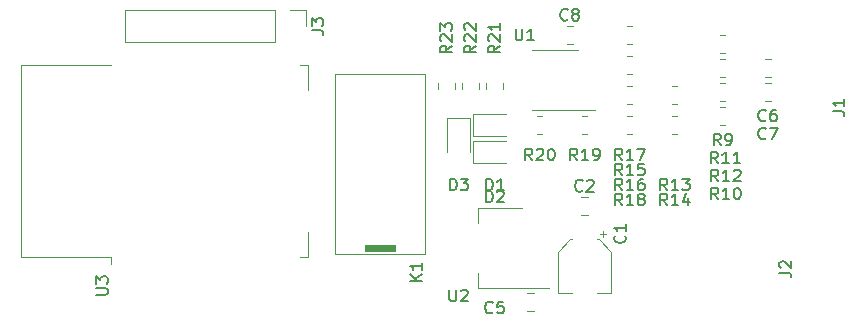
<source format=gbr>
%TF.GenerationSoftware,KiCad,Pcbnew,(6.0.0)*%
%TF.CreationDate,2022-01-02T18:39:14+01:00*%
%TF.ProjectId,esp-door-phone-monitor-v2,6573702d-646f-46f7-922d-70686f6e652d,rev?*%
%TF.SameCoordinates,Original*%
%TF.FileFunction,Legend,Top*%
%TF.FilePolarity,Positive*%
%FSLAX46Y46*%
G04 Gerber Fmt 4.6, Leading zero omitted, Abs format (unit mm)*
G04 Created by KiCad (PCBNEW (6.0.0)) date 2022-01-02 18:39:14*
%MOMM*%
%LPD*%
G01*
G04 APERTURE LIST*
%ADD10C,0.150000*%
%ADD11C,0.120000*%
G04 APERTURE END LIST*
D10*
%TO.C,R15*%
X159647142Y-100020380D02*
X159313809Y-99544190D01*
X159075714Y-100020380D02*
X159075714Y-99020380D01*
X159456666Y-99020380D01*
X159551904Y-99068000D01*
X159599523Y-99115619D01*
X159647142Y-99210857D01*
X159647142Y-99353714D01*
X159599523Y-99448952D01*
X159551904Y-99496571D01*
X159456666Y-99544190D01*
X159075714Y-99544190D01*
X160599523Y-100020380D02*
X160028095Y-100020380D01*
X160313809Y-100020380D02*
X160313809Y-99020380D01*
X160218571Y-99163238D01*
X160123333Y-99258476D01*
X160028095Y-99306095D01*
X161504285Y-99020380D02*
X161028095Y-99020380D01*
X160980476Y-99496571D01*
X161028095Y-99448952D01*
X161123333Y-99401333D01*
X161361428Y-99401333D01*
X161456666Y-99448952D01*
X161504285Y-99496571D01*
X161551904Y-99591809D01*
X161551904Y-99829904D01*
X161504285Y-99925142D01*
X161456666Y-99972761D01*
X161361428Y-100020380D01*
X161123333Y-100020380D01*
X161028095Y-99972761D01*
X160980476Y-99925142D01*
%TO.C,J2*%
X172970380Y-108269333D02*
X173684666Y-108269333D01*
X173827523Y-108316952D01*
X173922761Y-108412190D01*
X173970380Y-108555047D01*
X173970380Y-108650285D01*
X173065619Y-107840761D02*
X173018000Y-107793142D01*
X172970380Y-107697904D01*
X172970380Y-107459809D01*
X173018000Y-107364571D01*
X173065619Y-107316952D01*
X173160857Y-107269333D01*
X173256095Y-107269333D01*
X173398952Y-107316952D01*
X173970380Y-107888380D01*
X173970380Y-107269333D01*
%TO.C,D2*%
X148121904Y-102306380D02*
X148121904Y-101306380D01*
X148360000Y-101306380D01*
X148502857Y-101354000D01*
X148598095Y-101449238D01*
X148645714Y-101544476D01*
X148693333Y-101734952D01*
X148693333Y-101877809D01*
X148645714Y-102068285D01*
X148598095Y-102163523D01*
X148502857Y-102258761D01*
X148360000Y-102306380D01*
X148121904Y-102306380D01*
X149074285Y-101401619D02*
X149121904Y-101354000D01*
X149217142Y-101306380D01*
X149455238Y-101306380D01*
X149550476Y-101354000D01*
X149598095Y-101401619D01*
X149645714Y-101496857D01*
X149645714Y-101592095D01*
X149598095Y-101734952D01*
X149026666Y-102306380D01*
X149645714Y-102306380D01*
%TO.C,C1*%
X159869142Y-105112666D02*
X159916761Y-105160285D01*
X159964380Y-105303142D01*
X159964380Y-105398380D01*
X159916761Y-105541238D01*
X159821523Y-105636476D01*
X159726285Y-105684095D01*
X159535809Y-105731714D01*
X159392952Y-105731714D01*
X159202476Y-105684095D01*
X159107238Y-105636476D01*
X159012000Y-105541238D01*
X158964380Y-105398380D01*
X158964380Y-105303142D01*
X159012000Y-105160285D01*
X159059619Y-105112666D01*
X159964380Y-104160285D02*
X159964380Y-104731714D01*
X159964380Y-104446000D02*
X158964380Y-104446000D01*
X159107238Y-104541238D01*
X159202476Y-104636476D01*
X159250095Y-104731714D01*
%TO.C,R21*%
X149312380Y-89034857D02*
X148836190Y-89368190D01*
X149312380Y-89606285D02*
X148312380Y-89606285D01*
X148312380Y-89225333D01*
X148360000Y-89130095D01*
X148407619Y-89082476D01*
X148502857Y-89034857D01*
X148645714Y-89034857D01*
X148740952Y-89082476D01*
X148788571Y-89130095D01*
X148836190Y-89225333D01*
X148836190Y-89606285D01*
X148407619Y-88653904D02*
X148360000Y-88606285D01*
X148312380Y-88511047D01*
X148312380Y-88272952D01*
X148360000Y-88177714D01*
X148407619Y-88130095D01*
X148502857Y-88082476D01*
X148598095Y-88082476D01*
X148740952Y-88130095D01*
X149312380Y-88701523D01*
X149312380Y-88082476D01*
X149312380Y-87130095D02*
X149312380Y-87701523D01*
X149312380Y-87415809D02*
X148312380Y-87415809D01*
X148455238Y-87511047D01*
X148550476Y-87606285D01*
X148598095Y-87701523D01*
%TO.C,D1*%
X148121904Y-101290380D02*
X148121904Y-100290380D01*
X148360000Y-100290380D01*
X148502857Y-100338000D01*
X148598095Y-100433238D01*
X148645714Y-100528476D01*
X148693333Y-100718952D01*
X148693333Y-100861809D01*
X148645714Y-101052285D01*
X148598095Y-101147523D01*
X148502857Y-101242761D01*
X148360000Y-101290380D01*
X148121904Y-101290380D01*
X149645714Y-101290380D02*
X149074285Y-101290380D01*
X149360000Y-101290380D02*
X149360000Y-100290380D01*
X149264761Y-100433238D01*
X149169523Y-100528476D01*
X149074285Y-100576095D01*
%TO.C,C5*%
X148677333Y-111609142D02*
X148629714Y-111656761D01*
X148486857Y-111704380D01*
X148391619Y-111704380D01*
X148248761Y-111656761D01*
X148153523Y-111561523D01*
X148105904Y-111466285D01*
X148058285Y-111275809D01*
X148058285Y-111132952D01*
X148105904Y-110942476D01*
X148153523Y-110847238D01*
X148248761Y-110752000D01*
X148391619Y-110704380D01*
X148486857Y-110704380D01*
X148629714Y-110752000D01*
X148677333Y-110799619D01*
X149582095Y-110704380D02*
X149105904Y-110704380D01*
X149058285Y-111180571D01*
X149105904Y-111132952D01*
X149201142Y-111085333D01*
X149439238Y-111085333D01*
X149534476Y-111132952D01*
X149582095Y-111180571D01*
X149629714Y-111275809D01*
X149629714Y-111513904D01*
X149582095Y-111609142D01*
X149534476Y-111656761D01*
X149439238Y-111704380D01*
X149201142Y-111704380D01*
X149105904Y-111656761D01*
X149058285Y-111609142D01*
%TO.C,R13*%
X163457142Y-101290380D02*
X163123809Y-100814190D01*
X162885714Y-101290380D02*
X162885714Y-100290380D01*
X163266666Y-100290380D01*
X163361904Y-100338000D01*
X163409523Y-100385619D01*
X163457142Y-100480857D01*
X163457142Y-100623714D01*
X163409523Y-100718952D01*
X163361904Y-100766571D01*
X163266666Y-100814190D01*
X162885714Y-100814190D01*
X164409523Y-101290380D02*
X163838095Y-101290380D01*
X164123809Y-101290380D02*
X164123809Y-100290380D01*
X164028571Y-100433238D01*
X163933333Y-100528476D01*
X163838095Y-100576095D01*
X164742857Y-100290380D02*
X165361904Y-100290380D01*
X165028571Y-100671333D01*
X165171428Y-100671333D01*
X165266666Y-100718952D01*
X165314285Y-100766571D01*
X165361904Y-100861809D01*
X165361904Y-101099904D01*
X165314285Y-101195142D01*
X165266666Y-101242761D01*
X165171428Y-101290380D01*
X164885714Y-101290380D01*
X164790476Y-101242761D01*
X164742857Y-101195142D01*
%TO.C,R18*%
X159647142Y-102560380D02*
X159313809Y-102084190D01*
X159075714Y-102560380D02*
X159075714Y-101560380D01*
X159456666Y-101560380D01*
X159551904Y-101608000D01*
X159599523Y-101655619D01*
X159647142Y-101750857D01*
X159647142Y-101893714D01*
X159599523Y-101988952D01*
X159551904Y-102036571D01*
X159456666Y-102084190D01*
X159075714Y-102084190D01*
X160599523Y-102560380D02*
X160028095Y-102560380D01*
X160313809Y-102560380D02*
X160313809Y-101560380D01*
X160218571Y-101703238D01*
X160123333Y-101798476D01*
X160028095Y-101846095D01*
X161170952Y-101988952D02*
X161075714Y-101941333D01*
X161028095Y-101893714D01*
X160980476Y-101798476D01*
X160980476Y-101750857D01*
X161028095Y-101655619D01*
X161075714Y-101608000D01*
X161170952Y-101560380D01*
X161361428Y-101560380D01*
X161456666Y-101608000D01*
X161504285Y-101655619D01*
X161551904Y-101750857D01*
X161551904Y-101798476D01*
X161504285Y-101893714D01*
X161456666Y-101941333D01*
X161361428Y-101988952D01*
X161170952Y-101988952D01*
X161075714Y-102036571D01*
X161028095Y-102084190D01*
X160980476Y-102179428D01*
X160980476Y-102369904D01*
X161028095Y-102465142D01*
X161075714Y-102512761D01*
X161170952Y-102560380D01*
X161361428Y-102560380D01*
X161456666Y-102512761D01*
X161504285Y-102465142D01*
X161551904Y-102369904D01*
X161551904Y-102179428D01*
X161504285Y-102084190D01*
X161456666Y-102036571D01*
X161361428Y-101988952D01*
%TO.C,C8*%
X155043333Y-86815142D02*
X154995714Y-86862761D01*
X154852857Y-86910380D01*
X154757619Y-86910380D01*
X154614761Y-86862761D01*
X154519523Y-86767523D01*
X154471904Y-86672285D01*
X154424285Y-86481809D01*
X154424285Y-86338952D01*
X154471904Y-86148476D01*
X154519523Y-86053238D01*
X154614761Y-85958000D01*
X154757619Y-85910380D01*
X154852857Y-85910380D01*
X154995714Y-85958000D01*
X155043333Y-86005619D01*
X155614761Y-86338952D02*
X155519523Y-86291333D01*
X155471904Y-86243714D01*
X155424285Y-86148476D01*
X155424285Y-86100857D01*
X155471904Y-86005619D01*
X155519523Y-85958000D01*
X155614761Y-85910380D01*
X155805238Y-85910380D01*
X155900476Y-85958000D01*
X155948095Y-86005619D01*
X155995714Y-86100857D01*
X155995714Y-86148476D01*
X155948095Y-86243714D01*
X155900476Y-86291333D01*
X155805238Y-86338952D01*
X155614761Y-86338952D01*
X155519523Y-86386571D01*
X155471904Y-86434190D01*
X155424285Y-86529428D01*
X155424285Y-86719904D01*
X155471904Y-86815142D01*
X155519523Y-86862761D01*
X155614761Y-86910380D01*
X155805238Y-86910380D01*
X155900476Y-86862761D01*
X155948095Y-86815142D01*
X155995714Y-86719904D01*
X155995714Y-86529428D01*
X155948095Y-86434190D01*
X155900476Y-86386571D01*
X155805238Y-86338952D01*
%TO.C,R14*%
X163457142Y-102560380D02*
X163123809Y-102084190D01*
X162885714Y-102560380D02*
X162885714Y-101560380D01*
X163266666Y-101560380D01*
X163361904Y-101608000D01*
X163409523Y-101655619D01*
X163457142Y-101750857D01*
X163457142Y-101893714D01*
X163409523Y-101988952D01*
X163361904Y-102036571D01*
X163266666Y-102084190D01*
X162885714Y-102084190D01*
X164409523Y-102560380D02*
X163838095Y-102560380D01*
X164123809Y-102560380D02*
X164123809Y-101560380D01*
X164028571Y-101703238D01*
X163933333Y-101798476D01*
X163838095Y-101846095D01*
X165266666Y-101893714D02*
X165266666Y-102560380D01*
X165028571Y-101512761D02*
X164790476Y-102227047D01*
X165409523Y-102227047D01*
%TO.C,D3*%
X145073904Y-101290380D02*
X145073904Y-100290380D01*
X145312000Y-100290380D01*
X145454857Y-100338000D01*
X145550095Y-100433238D01*
X145597714Y-100528476D01*
X145645333Y-100718952D01*
X145645333Y-100861809D01*
X145597714Y-101052285D01*
X145550095Y-101147523D01*
X145454857Y-101242761D01*
X145312000Y-101290380D01*
X145073904Y-101290380D01*
X145978666Y-100290380D02*
X146597714Y-100290380D01*
X146264380Y-100671333D01*
X146407238Y-100671333D01*
X146502476Y-100718952D01*
X146550095Y-100766571D01*
X146597714Y-100861809D01*
X146597714Y-101099904D01*
X146550095Y-101195142D01*
X146502476Y-101242761D01*
X146407238Y-101290380D01*
X146121523Y-101290380D01*
X146026285Y-101242761D01*
X145978666Y-101195142D01*
%TO.C,R22*%
X147280380Y-89034857D02*
X146804190Y-89368190D01*
X147280380Y-89606285D02*
X146280380Y-89606285D01*
X146280380Y-89225333D01*
X146328000Y-89130095D01*
X146375619Y-89082476D01*
X146470857Y-89034857D01*
X146613714Y-89034857D01*
X146708952Y-89082476D01*
X146756571Y-89130095D01*
X146804190Y-89225333D01*
X146804190Y-89606285D01*
X146375619Y-88653904D02*
X146328000Y-88606285D01*
X146280380Y-88511047D01*
X146280380Y-88272952D01*
X146328000Y-88177714D01*
X146375619Y-88130095D01*
X146470857Y-88082476D01*
X146566095Y-88082476D01*
X146708952Y-88130095D01*
X147280380Y-88701523D01*
X147280380Y-88082476D01*
X146375619Y-87701523D02*
X146328000Y-87653904D01*
X146280380Y-87558666D01*
X146280380Y-87320571D01*
X146328000Y-87225333D01*
X146375619Y-87177714D01*
X146470857Y-87130095D01*
X146566095Y-87130095D01*
X146708952Y-87177714D01*
X147280380Y-87749142D01*
X147280380Y-87130095D01*
%TO.C,R20*%
X152027142Y-98750380D02*
X151693809Y-98274190D01*
X151455714Y-98750380D02*
X151455714Y-97750380D01*
X151836666Y-97750380D01*
X151931904Y-97798000D01*
X151979523Y-97845619D01*
X152027142Y-97940857D01*
X152027142Y-98083714D01*
X151979523Y-98178952D01*
X151931904Y-98226571D01*
X151836666Y-98274190D01*
X151455714Y-98274190D01*
X152408095Y-97845619D02*
X152455714Y-97798000D01*
X152550952Y-97750380D01*
X152789047Y-97750380D01*
X152884285Y-97798000D01*
X152931904Y-97845619D01*
X152979523Y-97940857D01*
X152979523Y-98036095D01*
X152931904Y-98178952D01*
X152360476Y-98750380D01*
X152979523Y-98750380D01*
X153598571Y-97750380D02*
X153693809Y-97750380D01*
X153789047Y-97798000D01*
X153836666Y-97845619D01*
X153884285Y-97940857D01*
X153931904Y-98131333D01*
X153931904Y-98369428D01*
X153884285Y-98559904D01*
X153836666Y-98655142D01*
X153789047Y-98702761D01*
X153693809Y-98750380D01*
X153598571Y-98750380D01*
X153503333Y-98702761D01*
X153455714Y-98655142D01*
X153408095Y-98559904D01*
X153360476Y-98369428D01*
X153360476Y-98131333D01*
X153408095Y-97940857D01*
X153455714Y-97845619D01*
X153503333Y-97798000D01*
X153598571Y-97750380D01*
%TO.C,R23*%
X145248380Y-89034857D02*
X144772190Y-89368190D01*
X145248380Y-89606285D02*
X144248380Y-89606285D01*
X144248380Y-89225333D01*
X144296000Y-89130095D01*
X144343619Y-89082476D01*
X144438857Y-89034857D01*
X144581714Y-89034857D01*
X144676952Y-89082476D01*
X144724571Y-89130095D01*
X144772190Y-89225333D01*
X144772190Y-89606285D01*
X144343619Y-88653904D02*
X144296000Y-88606285D01*
X144248380Y-88511047D01*
X144248380Y-88272952D01*
X144296000Y-88177714D01*
X144343619Y-88130095D01*
X144438857Y-88082476D01*
X144534095Y-88082476D01*
X144676952Y-88130095D01*
X145248380Y-88701523D01*
X145248380Y-88082476D01*
X144248380Y-87749142D02*
X144248380Y-87130095D01*
X144629333Y-87463428D01*
X144629333Y-87320571D01*
X144676952Y-87225333D01*
X144724571Y-87177714D01*
X144819809Y-87130095D01*
X145057904Y-87130095D01*
X145153142Y-87177714D01*
X145200761Y-87225333D01*
X145248380Y-87320571D01*
X145248380Y-87606285D01*
X145200761Y-87701523D01*
X145153142Y-87749142D01*
%TO.C,R10*%
X167775142Y-102052380D02*
X167441809Y-101576190D01*
X167203714Y-102052380D02*
X167203714Y-101052380D01*
X167584666Y-101052380D01*
X167679904Y-101100000D01*
X167727523Y-101147619D01*
X167775142Y-101242857D01*
X167775142Y-101385714D01*
X167727523Y-101480952D01*
X167679904Y-101528571D01*
X167584666Y-101576190D01*
X167203714Y-101576190D01*
X168727523Y-102052380D02*
X168156095Y-102052380D01*
X168441809Y-102052380D02*
X168441809Y-101052380D01*
X168346571Y-101195238D01*
X168251333Y-101290476D01*
X168156095Y-101338095D01*
X169346571Y-101052380D02*
X169441809Y-101052380D01*
X169537047Y-101100000D01*
X169584666Y-101147619D01*
X169632285Y-101242857D01*
X169679904Y-101433333D01*
X169679904Y-101671428D01*
X169632285Y-101861904D01*
X169584666Y-101957142D01*
X169537047Y-102004761D01*
X169441809Y-102052380D01*
X169346571Y-102052380D01*
X169251333Y-102004761D01*
X169203714Y-101957142D01*
X169156095Y-101861904D01*
X169108476Y-101671428D01*
X169108476Y-101433333D01*
X169156095Y-101242857D01*
X169203714Y-101147619D01*
X169251333Y-101100000D01*
X169346571Y-101052380D01*
%TO.C,R16*%
X159647142Y-101290380D02*
X159313809Y-100814190D01*
X159075714Y-101290380D02*
X159075714Y-100290380D01*
X159456666Y-100290380D01*
X159551904Y-100338000D01*
X159599523Y-100385619D01*
X159647142Y-100480857D01*
X159647142Y-100623714D01*
X159599523Y-100718952D01*
X159551904Y-100766571D01*
X159456666Y-100814190D01*
X159075714Y-100814190D01*
X160599523Y-101290380D02*
X160028095Y-101290380D01*
X160313809Y-101290380D02*
X160313809Y-100290380D01*
X160218571Y-100433238D01*
X160123333Y-100528476D01*
X160028095Y-100576095D01*
X161456666Y-100290380D02*
X161266190Y-100290380D01*
X161170952Y-100338000D01*
X161123333Y-100385619D01*
X161028095Y-100528476D01*
X160980476Y-100718952D01*
X160980476Y-101099904D01*
X161028095Y-101195142D01*
X161075714Y-101242761D01*
X161170952Y-101290380D01*
X161361428Y-101290380D01*
X161456666Y-101242761D01*
X161504285Y-101195142D01*
X161551904Y-101099904D01*
X161551904Y-100861809D01*
X161504285Y-100766571D01*
X161456666Y-100718952D01*
X161361428Y-100671333D01*
X161170952Y-100671333D01*
X161075714Y-100718952D01*
X161028095Y-100766571D01*
X160980476Y-100861809D01*
%TO.C,U2*%
X145034095Y-109688380D02*
X145034095Y-110497904D01*
X145081714Y-110593142D01*
X145129333Y-110640761D01*
X145224571Y-110688380D01*
X145415047Y-110688380D01*
X145510285Y-110640761D01*
X145557904Y-110593142D01*
X145605523Y-110497904D01*
X145605523Y-109688380D01*
X146034095Y-109783619D02*
X146081714Y-109736000D01*
X146176952Y-109688380D01*
X146415047Y-109688380D01*
X146510285Y-109736000D01*
X146557904Y-109783619D01*
X146605523Y-109878857D01*
X146605523Y-109974095D01*
X146557904Y-110116952D01*
X145986476Y-110688380D01*
X146605523Y-110688380D01*
%TO.C,R12*%
X167775142Y-100528380D02*
X167441809Y-100052190D01*
X167203714Y-100528380D02*
X167203714Y-99528380D01*
X167584666Y-99528380D01*
X167679904Y-99576000D01*
X167727523Y-99623619D01*
X167775142Y-99718857D01*
X167775142Y-99861714D01*
X167727523Y-99956952D01*
X167679904Y-100004571D01*
X167584666Y-100052190D01*
X167203714Y-100052190D01*
X168727523Y-100528380D02*
X168156095Y-100528380D01*
X168441809Y-100528380D02*
X168441809Y-99528380D01*
X168346571Y-99671238D01*
X168251333Y-99766476D01*
X168156095Y-99814095D01*
X169108476Y-99623619D02*
X169156095Y-99576000D01*
X169251333Y-99528380D01*
X169489428Y-99528380D01*
X169584666Y-99576000D01*
X169632285Y-99623619D01*
X169679904Y-99718857D01*
X169679904Y-99814095D01*
X169632285Y-99956952D01*
X169060857Y-100528380D01*
X169679904Y-100528380D01*
%TO.C,R17*%
X159647142Y-98750380D02*
X159313809Y-98274190D01*
X159075714Y-98750380D02*
X159075714Y-97750380D01*
X159456666Y-97750380D01*
X159551904Y-97798000D01*
X159599523Y-97845619D01*
X159647142Y-97940857D01*
X159647142Y-98083714D01*
X159599523Y-98178952D01*
X159551904Y-98226571D01*
X159456666Y-98274190D01*
X159075714Y-98274190D01*
X160599523Y-98750380D02*
X160028095Y-98750380D01*
X160313809Y-98750380D02*
X160313809Y-97750380D01*
X160218571Y-97893238D01*
X160123333Y-97988476D01*
X160028095Y-98036095D01*
X160932857Y-97750380D02*
X161599523Y-97750380D01*
X161170952Y-98750380D01*
%TO.C,K1*%
X142692380Y-108942095D02*
X141692380Y-108942095D01*
X142692380Y-108370666D02*
X142120952Y-108799238D01*
X141692380Y-108370666D02*
X142263809Y-108942095D01*
X142692380Y-107418285D02*
X142692380Y-107989714D01*
X142692380Y-107704000D02*
X141692380Y-107704000D01*
X141835238Y-107799238D01*
X141930476Y-107894476D01*
X141978095Y-107989714D01*
%TO.C,J1*%
X177470380Y-94581333D02*
X178184666Y-94581333D01*
X178327523Y-94628952D01*
X178422761Y-94724190D01*
X178470380Y-94867047D01*
X178470380Y-94962285D01*
X178470380Y-93581333D02*
X178470380Y-94152761D01*
X178470380Y-93867047D02*
X177470380Y-93867047D01*
X177613238Y-93962285D01*
X177708476Y-94057523D01*
X177756095Y-94152761D01*
%TO.C,C2*%
X156297333Y-101293142D02*
X156249714Y-101340761D01*
X156106857Y-101388380D01*
X156011619Y-101388380D01*
X155868761Y-101340761D01*
X155773523Y-101245523D01*
X155725904Y-101150285D01*
X155678285Y-100959809D01*
X155678285Y-100816952D01*
X155725904Y-100626476D01*
X155773523Y-100531238D01*
X155868761Y-100436000D01*
X156011619Y-100388380D01*
X156106857Y-100388380D01*
X156249714Y-100436000D01*
X156297333Y-100483619D01*
X156678285Y-100483619D02*
X156725904Y-100436000D01*
X156821142Y-100388380D01*
X157059238Y-100388380D01*
X157154476Y-100436000D01*
X157202095Y-100483619D01*
X157249714Y-100578857D01*
X157249714Y-100674095D01*
X157202095Y-100816952D01*
X156630666Y-101388380D01*
X157249714Y-101388380D01*
%TO.C,C6*%
X171807333Y-95353142D02*
X171759714Y-95400761D01*
X171616857Y-95448380D01*
X171521619Y-95448380D01*
X171378761Y-95400761D01*
X171283523Y-95305523D01*
X171235904Y-95210285D01*
X171188285Y-95019809D01*
X171188285Y-94876952D01*
X171235904Y-94686476D01*
X171283523Y-94591238D01*
X171378761Y-94496000D01*
X171521619Y-94448380D01*
X171616857Y-94448380D01*
X171759714Y-94496000D01*
X171807333Y-94543619D01*
X172664476Y-94448380D02*
X172474000Y-94448380D01*
X172378761Y-94496000D01*
X172331142Y-94543619D01*
X172235904Y-94686476D01*
X172188285Y-94876952D01*
X172188285Y-95257904D01*
X172235904Y-95353142D01*
X172283523Y-95400761D01*
X172378761Y-95448380D01*
X172569238Y-95448380D01*
X172664476Y-95400761D01*
X172712095Y-95353142D01*
X172759714Y-95257904D01*
X172759714Y-95019809D01*
X172712095Y-94924571D01*
X172664476Y-94876952D01*
X172569238Y-94829333D01*
X172378761Y-94829333D01*
X172283523Y-94876952D01*
X172235904Y-94924571D01*
X172188285Y-95019809D01*
%TO.C,J3*%
X133354380Y-87709333D02*
X134068666Y-87709333D01*
X134211523Y-87756952D01*
X134306761Y-87852190D01*
X134354380Y-87995047D01*
X134354380Y-88090285D01*
X133354380Y-87328380D02*
X133354380Y-86709333D01*
X133735333Y-87042666D01*
X133735333Y-86899809D01*
X133782952Y-86804571D01*
X133830571Y-86756952D01*
X133925809Y-86709333D01*
X134163904Y-86709333D01*
X134259142Y-86756952D01*
X134306761Y-86804571D01*
X134354380Y-86899809D01*
X134354380Y-87185523D01*
X134306761Y-87280761D01*
X134259142Y-87328380D01*
%TO.C,R19*%
X155837142Y-98750380D02*
X155503809Y-98274190D01*
X155265714Y-98750380D02*
X155265714Y-97750380D01*
X155646666Y-97750380D01*
X155741904Y-97798000D01*
X155789523Y-97845619D01*
X155837142Y-97940857D01*
X155837142Y-98083714D01*
X155789523Y-98178952D01*
X155741904Y-98226571D01*
X155646666Y-98274190D01*
X155265714Y-98274190D01*
X156789523Y-98750380D02*
X156218095Y-98750380D01*
X156503809Y-98750380D02*
X156503809Y-97750380D01*
X156408571Y-97893238D01*
X156313333Y-97988476D01*
X156218095Y-98036095D01*
X157265714Y-98750380D02*
X157456190Y-98750380D01*
X157551428Y-98702761D01*
X157599047Y-98655142D01*
X157694285Y-98512285D01*
X157741904Y-98321809D01*
X157741904Y-97940857D01*
X157694285Y-97845619D01*
X157646666Y-97798000D01*
X157551428Y-97750380D01*
X157360952Y-97750380D01*
X157265714Y-97798000D01*
X157218095Y-97845619D01*
X157170476Y-97940857D01*
X157170476Y-98178952D01*
X157218095Y-98274190D01*
X157265714Y-98321809D01*
X157360952Y-98369428D01*
X157551428Y-98369428D01*
X157646666Y-98321809D01*
X157694285Y-98274190D01*
X157741904Y-98178952D01*
%TO.C,U1*%
X150638095Y-87590380D02*
X150638095Y-88399904D01*
X150685714Y-88495142D01*
X150733333Y-88542761D01*
X150828571Y-88590380D01*
X151019047Y-88590380D01*
X151114285Y-88542761D01*
X151161904Y-88495142D01*
X151209523Y-88399904D01*
X151209523Y-87590380D01*
X152209523Y-88590380D02*
X151638095Y-88590380D01*
X151923809Y-88590380D02*
X151923809Y-87590380D01*
X151828571Y-87733238D01*
X151733333Y-87828476D01*
X151638095Y-87876095D01*
%TO.C,R11*%
X167748206Y-99004380D02*
X167414873Y-98528190D01*
X167176778Y-99004380D02*
X167176778Y-98004380D01*
X167557730Y-98004380D01*
X167652968Y-98052000D01*
X167700587Y-98099619D01*
X167748206Y-98194857D01*
X167748206Y-98337714D01*
X167700587Y-98432952D01*
X167652968Y-98480571D01*
X167557730Y-98528190D01*
X167176778Y-98528190D01*
X168700587Y-99004380D02*
X168129159Y-99004380D01*
X168414873Y-99004380D02*
X168414873Y-98004380D01*
X168319635Y-98147238D01*
X168224397Y-98242476D01*
X168129159Y-98290095D01*
X169652968Y-99004380D02*
X169081540Y-99004380D01*
X169367254Y-99004380D02*
X169367254Y-98004380D01*
X169272016Y-98147238D01*
X169176778Y-98242476D01*
X169081540Y-98290095D01*
%TO.C,C7*%
X171807333Y-96877142D02*
X171759714Y-96924761D01*
X171616857Y-96972380D01*
X171521619Y-96972380D01*
X171378761Y-96924761D01*
X171283523Y-96829523D01*
X171235904Y-96734285D01*
X171188285Y-96543809D01*
X171188285Y-96400952D01*
X171235904Y-96210476D01*
X171283523Y-96115238D01*
X171378761Y-96020000D01*
X171521619Y-95972380D01*
X171616857Y-95972380D01*
X171759714Y-96020000D01*
X171807333Y-96067619D01*
X172140666Y-95972380D02*
X172807333Y-95972380D01*
X172378761Y-96972380D01*
%TO.C,R9*%
X167997333Y-97480380D02*
X167664000Y-97004190D01*
X167425904Y-97480380D02*
X167425904Y-96480380D01*
X167806857Y-96480380D01*
X167902095Y-96528000D01*
X167949714Y-96575619D01*
X167997333Y-96670857D01*
X167997333Y-96813714D01*
X167949714Y-96908952D01*
X167902095Y-96956571D01*
X167806857Y-97004190D01*
X167425904Y-97004190D01*
X168473523Y-97480380D02*
X168664000Y-97480380D01*
X168759238Y-97432761D01*
X168806857Y-97385142D01*
X168902095Y-97242285D01*
X168949714Y-97051809D01*
X168949714Y-96670857D01*
X168902095Y-96575619D01*
X168854476Y-96528000D01*
X168759238Y-96480380D01*
X168568761Y-96480380D01*
X168473523Y-96528000D01*
X168425904Y-96575619D01*
X168378285Y-96670857D01*
X168378285Y-96908952D01*
X168425904Y-97004190D01*
X168473523Y-97051809D01*
X168568761Y-97099428D01*
X168759238Y-97099428D01*
X168854476Y-97051809D01*
X168902095Y-97004190D01*
X168949714Y-96908952D01*
%TO.C,U3*%
X115096380Y-110127904D02*
X115905904Y-110127904D01*
X116001142Y-110080285D01*
X116048761Y-110032666D01*
X116096380Y-109937428D01*
X116096380Y-109746952D01*
X116048761Y-109651714D01*
X116001142Y-109604095D01*
X115905904Y-109556476D01*
X115096380Y-109556476D01*
X115096380Y-109175523D02*
X115096380Y-108556476D01*
X115477333Y-108889809D01*
X115477333Y-108746952D01*
X115524952Y-108651714D01*
X115572571Y-108604095D01*
X115667809Y-108556476D01*
X115905904Y-108556476D01*
X116001142Y-108604095D01*
X116048761Y-108651714D01*
X116096380Y-108746952D01*
X116096380Y-109032666D01*
X116048761Y-109127904D01*
X116001142Y-109175523D01*
D11*
%TO.C,R15*%
X160517064Y-91413000D02*
X160062936Y-91413000D01*
X160517064Y-89943000D02*
X160062936Y-89943000D01*
%TO.C,D2*%
X149860000Y-97084000D02*
X147000000Y-97084000D01*
X147000000Y-97084000D02*
X147000000Y-99004000D01*
X147000000Y-99004000D02*
X149860000Y-99004000D01*
%TO.C,C1*%
X155268437Y-105436000D02*
X154204000Y-106500437D01*
X158724000Y-109956000D02*
X157524000Y-109956000D01*
X157659563Y-105436000D02*
X158724000Y-106500437D01*
X158724000Y-106500437D02*
X158724000Y-109956000D01*
X154204000Y-106500437D02*
X154204000Y-109956000D01*
X157659563Y-105436000D02*
X157524000Y-105436000D01*
X158024000Y-104696000D02*
X158024000Y-105196000D01*
X158274000Y-104946000D02*
X157774000Y-104946000D01*
X155268437Y-105436000D02*
X155404000Y-105436000D01*
X154204000Y-109956000D02*
X155404000Y-109956000D01*
%TO.C,R21*%
X149595000Y-92228936D02*
X149595000Y-92683064D01*
X148125000Y-92228936D02*
X148125000Y-92683064D01*
%TO.C,D1*%
X147000000Y-96718000D02*
X149860000Y-96718000D01*
X147000000Y-94798000D02*
X147000000Y-96718000D01*
X149860000Y-94798000D02*
X147000000Y-94798000D01*
%TO.C,C5*%
X151630748Y-110009000D02*
X152153252Y-110009000D01*
X151630748Y-111479000D02*
X152153252Y-111479000D01*
%TO.C,R13*%
X164327064Y-92483000D02*
X163872936Y-92483000D01*
X164327064Y-93953000D02*
X163872936Y-93953000D01*
%TO.C,R18*%
X160517064Y-95023000D02*
X160062936Y-95023000D01*
X160517064Y-96493000D02*
X160062936Y-96493000D01*
%TO.C,C8*%
X154948748Y-87403000D02*
X155471252Y-87403000D01*
X154948748Y-88873000D02*
X155471252Y-88873000D01*
%TO.C,R14*%
X163872936Y-95023000D02*
X164327064Y-95023000D01*
X163872936Y-96493000D02*
X164327064Y-96493000D01*
%TO.C,D3*%
X146772000Y-95168000D02*
X144852000Y-95168000D01*
X144852000Y-95168000D02*
X144852000Y-98028000D01*
X146772000Y-98028000D02*
X146772000Y-95168000D01*
%TO.C,R22*%
X146093000Y-92683064D02*
X146093000Y-92228936D01*
X147563000Y-92683064D02*
X147563000Y-92228936D01*
%TO.C,R20*%
X152897064Y-96493000D02*
X152442936Y-96493000D01*
X152897064Y-95023000D02*
X152442936Y-95023000D01*
%TO.C,R23*%
X145531000Y-92683064D02*
X145531000Y-92228936D01*
X144061000Y-92683064D02*
X144061000Y-92228936D01*
%TO.C,R10*%
X168391064Y-95731000D02*
X167936936Y-95731000D01*
X168391064Y-94261000D02*
X167936936Y-94261000D01*
%TO.C,R16*%
X160517064Y-92483000D02*
X160062936Y-92483000D01*
X160517064Y-93953000D02*
X160062936Y-93953000D01*
%TO.C,U2*%
X147442000Y-109582000D02*
X147442000Y-108322000D01*
X151202000Y-102762000D02*
X147442000Y-102762000D01*
X147442000Y-102762000D02*
X147442000Y-104022000D01*
X153452000Y-109582000D02*
X147442000Y-109582000D01*
%TO.C,R12*%
X168391064Y-93699000D02*
X167936936Y-93699000D01*
X168391064Y-92229000D02*
X167936936Y-92229000D01*
%TO.C,R17*%
X160517064Y-87403000D02*
X160062936Y-87403000D01*
X160517064Y-88873000D02*
X160062936Y-88873000D01*
%TO.C,K1*%
X137922000Y-106426000D02*
X140462000Y-106426000D01*
X140462000Y-106426000D02*
X140462000Y-105918000D01*
X140462000Y-105918000D02*
X137922000Y-105918000D01*
X137922000Y-105918000D02*
X137922000Y-106426000D01*
G36*
X137922000Y-106426000D02*
G01*
X140462000Y-106426000D01*
X140462000Y-105918000D01*
X137922000Y-105918000D01*
X137922000Y-106426000D01*
G37*
X135382000Y-106680000D02*
X143002000Y-106680000D01*
X143002000Y-106680000D02*
X143002000Y-91440000D01*
X143002000Y-91440000D02*
X135382000Y-91440000D01*
X135382000Y-91440000D02*
X135382000Y-106680000D01*
%TO.C,C2*%
X156202748Y-103351000D02*
X156725252Y-103351000D01*
X156202748Y-101881000D02*
X156725252Y-101881000D01*
%TO.C,C6*%
X172235252Y-91667000D02*
X171712748Y-91667000D01*
X172235252Y-90197000D02*
X171712748Y-90197000D01*
%TO.C,J3*%
X130302000Y-86046000D02*
X117542000Y-86046000D01*
X130302000Y-86046000D02*
X130302000Y-88706000D01*
X132902000Y-86046000D02*
X132902000Y-87376000D01*
X117542000Y-86046000D02*
X117542000Y-88706000D01*
X131572000Y-86046000D02*
X132902000Y-86046000D01*
X130302000Y-88706000D02*
X117542000Y-88706000D01*
%TO.C,R19*%
X156707064Y-95023000D02*
X156252936Y-95023000D01*
X156707064Y-96493000D02*
X156252936Y-96493000D01*
%TO.C,U1*%
X153940000Y-89388000D02*
X155890000Y-89388000D01*
X153940000Y-94508000D02*
X151990000Y-94508000D01*
X153940000Y-89388000D02*
X151990000Y-89388000D01*
X153940000Y-94508000D02*
X157390000Y-94508000D01*
%TO.C,R11*%
X168391064Y-91667000D02*
X167936936Y-91667000D01*
X168391064Y-90197000D02*
X167936936Y-90197000D01*
%TO.C,C7*%
X172235252Y-92229000D02*
X171712748Y-92229000D01*
X172235252Y-93699000D02*
X171712748Y-93699000D01*
%TO.C,R9*%
X168391064Y-89635000D02*
X167936936Y-89635000D01*
X168391064Y-88165000D02*
X167936936Y-88165000D01*
%TO.C,U3*%
X133024000Y-90686000D02*
X133024000Y-92806000D01*
X116404000Y-106926000D02*
X108784000Y-106926000D01*
X133024000Y-104806000D02*
X133024000Y-106926000D01*
X116404000Y-106926000D02*
X116404000Y-107536000D01*
X132404000Y-90686000D02*
X133024000Y-90686000D01*
X108784000Y-90686000D02*
X116404000Y-90686000D01*
X108784000Y-106926000D02*
X108784000Y-90686000D01*
X133024000Y-106926000D02*
X132404000Y-106926000D01*
%TD*%
M02*

</source>
